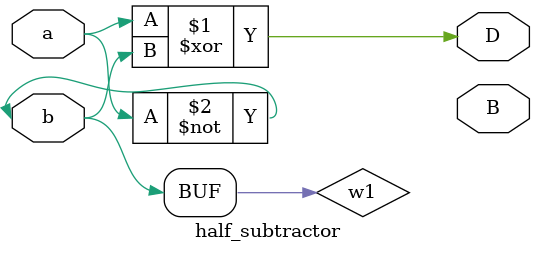
<source format=v>
/*
module half_subtractor(input a, b, output D, B);
  assign D = a ^ b;
  assign B = ~a & b;
endmodule
*/

module half_subtractor(input a, b, output D, B);
  wire w1;
  xor(D,a,b);
  not(w1,a);
  and(w1,b);
endmodule


</source>
